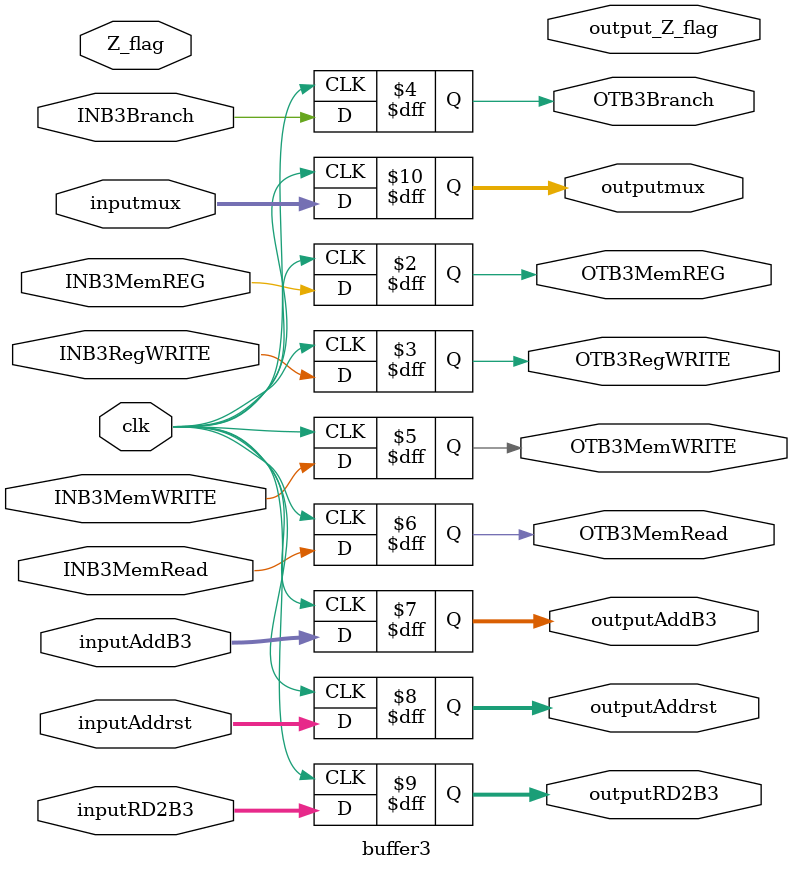
<source format=v>
`timescale 1ns/1ns
module buffer3
	(
	//UNIDAD DE CONTROL
	//ENTRADAS
	//WB
	input INB3MemREG,
	input INB3RegWRITE,
	//M
	input INB3Branch,
	input INB3MemWRITE,
	input INB3MemRead,
	//RESTO
	input clk,
	input [31:0] inputAddB3,
	input Z_flag,
  	input [31:0] inputAddrst,
	input [31:0] inputRD2B3,
	input [4:0] inputmux,
	//UNIDAD DE CONTROL
	//SALIDAS
	//WB
	output reg OTB3MemREG,
	output reg OTB3RegWRITE,
	//M
	output reg OTB3Branch,
	output reg OTB3MemWRITE,
	output reg OTB3MemRead,
	//RESTO
	output reg [31:0] outputAddB3,
	output reg [31:0] outputAddrst,
	output reg [31:0] outputRD2B3,
	output reg output_Z_flag,
	output reg [4:0] outputmux
	
	);
//declaracion de señales y variables 
	//NA
//2.Declaraciones
	//N/A
//3.Cuerpo del modulo--------
// asignaciones
	//NA	
//instancias
	//N/A
//Bloques always 
/*Deteccion de flanco: sirve para que un proceso solo se ejecute 
en determinados flancos de reloj de una o mas señales de entrada*/
//posedge detecta el flanco de subida
	always @(posedge clk)
	begin
		OTB3MemREG = INB3MemREG;
		OTB3RegWRITE = INB3RegWRITE;
		OTB3Branch = INB3Branch;
		OTB3MemWRITE = INB3MemWRITE;
		OTB3MemRead = INB3MemRead;
		outputAddB3 = inputAddB3;
		outputAddrst = inputAddrst;
		outputRD2B3 = inputRD2B3;
		outputmux = inputmux;
	end
endmodule

</source>
